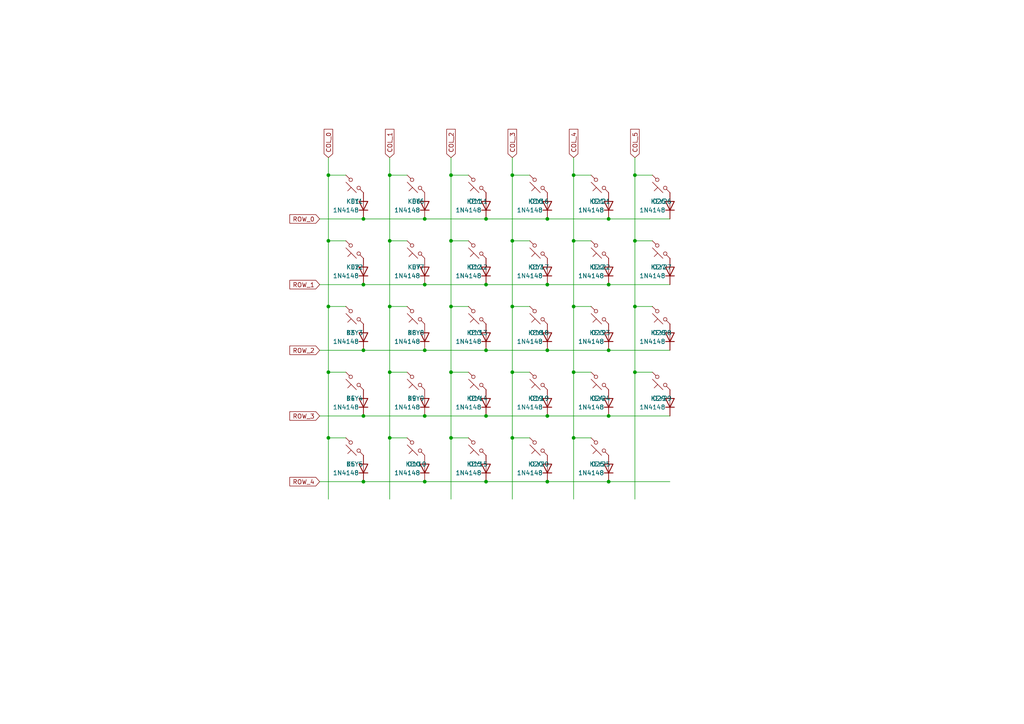
<source format=kicad_sch>
(kicad_sch (version 20230121) (generator eeschema)
  (paper "A4")
  (lib_symbols
    (symbol "Diode:1N4148" (pin_numbers hide) (pin_names (offset 1.016) hide)
      (property "Reference" "D" (at 0 2.54 0))
      (property "Value" "1N4148" (at 0 -2.54 0))
      (symbol "1N4148_0_1"
        (polyline (pts (xy -1.27 1.27) (xy -1.27 -1.27)) (stroke (width 0.254)))
        (polyline (pts (xy 1.27 0) (xy -1.27 0)))
        (polyline (pts (xy 1.27 1.27) (xy 1.27 -1.27) (xy -1.27 0) (xy 1.27 1.27)) (stroke (width 0.254)))
      )
      (symbol "1N4148_1_1"
        (pin passive line (at -3.81 0 0) (length 2.54) (name "K") (number "1"))
        (pin passive line (at 3.81 0 180) (length 2.54) (name "A") (number "2"))
      )
    )
    (symbol "Switch:SW_Push_45deg" (pin_numbers hide) (pin_names (offset 1.016) hide)
      (property "Reference" "SW" (at 3.048 1.016 0))
      (property "Value" "SW_Push_45deg" (at 0 -3.81 0))
      (symbol "SW_Push_45deg_0_1"
        (circle (center -1.1684 1.1684) (radius 0.508))
        (polyline (pts (xy -0.508 2.54) (xy 2.54 -0.508)))
        (polyline (pts (xy 1.016 1.016) (xy 2.032 2.032)))
        (polyline (pts (xy -2.54 2.54) (xy -1.524 1.524) (xy -1.524 1.524)))
        (polyline (pts (xy 1.524 -1.524) (xy 2.54 -2.54) (xy 2.54 -2.54) (xy 2.54 -2.54)))
        (circle (center 1.143 -1.1938) (radius 0.508))
        (pin passive line (at -2.54 2.54 0) (length 0) (name "1") (number "1"))
        (pin passive line (at 2.54 -2.54 180) (length 0) (name "2") (number "2"))
      )
    )
  )
  (junction (at 105.41 82.55))
  (junction (at 148.59 107.95))
  (junction (at 130.81 107.95))
  (junction (at 123.19 63.5))
  (junction (at 123.19 139.7))
  (junction (at 95.25 107.95))
  (junction (at 140.97 101.6))
  (junction (at 130.81 127))
  (junction (at 113.03 88.9))
  (junction (at 123.19 101.6))
  (junction (at 158.75 63.5))
  (junction (at 105.41 139.7))
  (junction (at 113.03 127))
  (junction (at 158.75 82.55))
  (junction (at 140.97 139.7))
  (junction (at 148.59 50.8))
  (junction (at 166.37 127))
  (junction (at 105.41 63.5))
  (junction (at 184.15 107.95))
  (junction (at 176.53 120.65))
  (junction (at 123.19 120.65))
  (junction (at 166.37 88.9))
  (junction (at 184.15 50.8))
  (junction (at 105.41 120.65))
  (junction (at 105.41 101.6))
  (junction (at 184.15 88.9))
  (junction (at 113.03 107.95))
  (junction (at 95.25 88.9))
  (junction (at 140.97 120.65))
  (junction (at 176.53 139.7))
  (junction (at 113.03 69.85))
  (junction (at 158.75 120.65))
  (junction (at 158.75 139.7))
  (junction (at 113.03 50.8))
  (junction (at 158.75 101.6))
  (junction (at 130.81 69.85))
  (junction (at 148.59 69.85))
  (junction (at 95.25 50.8))
  (junction (at 176.53 101.6))
  (junction (at 176.53 63.5))
  (junction (at 140.97 63.5))
  (junction (at 148.59 127))
  (junction (at 166.37 50.8))
  (junction (at 95.25 69.85))
  (junction (at 140.97 82.55))
  (junction (at 148.59 88.9))
  (junction (at 130.81 88.9))
  (junction (at 176.53 82.55))
  (junction (at 184.15 69.85))
  (junction (at 123.19 82.55))
  (junction (at 166.37 107.95))
  (junction (at 166.37 69.85))
  (junction (at 130.81 50.8))
  (junction (at 95.25 127))
  (wire (pts (xy 166.37 50.8) (xy 166.37 69.85)))
  (wire (pts (xy 140.97 82.55) (xy 158.75 82.55)))
  (wire (pts (xy 113.03 69.85) (xy 118.11 69.85)))
  (wire (pts (xy 148.59 107.95) (xy 153.67 107.95)))
  (wire (pts (xy 130.81 69.85) (xy 130.81 88.9)))
  (wire (pts (xy 95.25 107.95) (xy 100.33 107.95)))
  (wire (pts (xy 166.37 50.8) (xy 171.45 50.8)))
  (wire (pts (xy 95.25 45.72) (xy 95.25 50.8)))
  (wire (pts (xy 176.53 82.55) (xy 194.31 82.55)))
  (wire (pts (xy 148.59 127) (xy 148.59 144.78)))
  (wire (pts (xy 130.81 127) (xy 135.89 127)))
  (wire (pts (xy 148.59 45.72) (xy 148.59 50.8)))
  (wire (pts (xy 95.25 69.85) (xy 100.33 69.85)))
  (wire (pts (xy 130.81 107.95) (xy 130.81 127)))
  (wire (pts (xy 184.15 69.85) (xy 189.23 69.85)))
  (wire (pts (xy 123.19 63.5) (xy 140.97 63.5)))
  (wire (pts (xy 184.15 107.95) (xy 184.15 144.78)))
  (wire (pts (xy 113.03 107.95) (xy 118.11 107.95)))
  (wire (pts (xy 176.53 63.5) (xy 194.31 63.5)))
  (wire (pts (xy 113.03 50.8) (xy 118.11 50.8)))
  (wire (pts (xy 105.41 120.65) (xy 123.19 120.65)))
  (wire (pts (xy 92.71 82.55) (xy 105.41 82.55)))
  (wire (pts (xy 130.81 107.95) (xy 135.89 107.95)))
  (wire (pts (xy 92.71 101.6) (xy 105.41 101.6)))
  (wire (pts (xy 130.81 69.85) (xy 135.89 69.85)))
  (wire (pts (xy 95.25 50.8) (xy 100.33 50.8)))
  (wire (pts (xy 92.71 139.7) (xy 105.41 139.7)))
  (wire (pts (xy 148.59 50.8) (xy 153.67 50.8)))
  (wire (pts (xy 95.25 88.9) (xy 95.25 107.95)))
  (wire (pts (xy 140.97 63.5) (xy 158.75 63.5)))
  (wire (pts (xy 166.37 88.9) (xy 166.37 107.95)))
  (wire (pts (xy 105.41 63.5) (xy 123.19 63.5)))
  (wire (pts (xy 123.19 120.65) (xy 140.97 120.65)))
  (wire (pts (xy 130.81 127) (xy 130.81 144.78)))
  (wire (pts (xy 148.59 69.85) (xy 148.59 88.9)))
  (wire (pts (xy 123.19 139.7) (xy 140.97 139.7)))
  (wire (pts (xy 130.81 88.9) (xy 130.81 107.95)))
  (wire (pts (xy 95.25 127) (xy 95.25 144.78)))
  (wire (pts (xy 92.71 120.65) (xy 105.41 120.65)))
  (wire (pts (xy 113.03 127) (xy 113.03 144.78)))
  (wire (pts (xy 140.97 101.6) (xy 158.75 101.6)))
  (wire (pts (xy 123.19 101.6) (xy 140.97 101.6)))
  (wire (pts (xy 148.59 127) (xy 153.67 127)))
  (wire (pts (xy 148.59 50.8) (xy 148.59 69.85)))
  (wire (pts (xy 184.15 88.9) (xy 189.23 88.9)))
  (wire (pts (xy 130.81 50.8) (xy 130.81 69.85)))
  (wire (pts (xy 95.25 127) (xy 100.33 127)))
  (wire (pts (xy 105.41 101.6) (xy 123.19 101.6)))
  (wire (pts (xy 176.53 101.6) (xy 194.31 101.6)))
  (wire (pts (xy 130.81 50.8) (xy 135.89 50.8)))
  (wire (pts (xy 176.53 139.7) (xy 194.31 139.7)))
  (wire (pts (xy 105.41 82.55) (xy 123.19 82.55)))
  (wire (pts (xy 140.97 139.7) (xy 158.75 139.7)))
  (wire (pts (xy 113.03 88.9) (xy 113.03 107.95)))
  (wire (pts (xy 158.75 63.5) (xy 176.53 63.5)))
  (wire (pts (xy 176.53 120.65) (xy 194.31 120.65)))
  (wire (pts (xy 95.25 50.8) (xy 95.25 69.85)))
  (wire (pts (xy 158.75 82.55) (xy 176.53 82.55)))
  (wire (pts (xy 158.75 120.65) (xy 176.53 120.65)))
  (wire (pts (xy 184.15 88.9) (xy 184.15 107.95)))
  (wire (pts (xy 166.37 107.95) (xy 166.37 127)))
  (wire (pts (xy 166.37 88.9) (xy 171.45 88.9)))
  (wire (pts (xy 148.59 88.9) (xy 148.59 107.95)))
  (wire (pts (xy 130.81 88.9) (xy 135.89 88.9)))
  (wire (pts (xy 184.15 50.8) (xy 184.15 69.85)))
  (wire (pts (xy 140.97 120.65) (xy 158.75 120.65)))
  (wire (pts (xy 158.75 101.6) (xy 176.53 101.6)))
  (wire (pts (xy 105.41 139.7) (xy 123.19 139.7)))
  (wire (pts (xy 184.15 107.95) (xy 189.23 107.95)))
  (wire (pts (xy 113.03 107.95) (xy 113.03 127)))
  (wire (pts (xy 148.59 107.95) (xy 148.59 127)))
  (wire (pts (xy 123.19 82.55) (xy 140.97 82.55)))
  (wire (pts (xy 148.59 69.85) (xy 153.67 69.85)))
  (wire (pts (xy 113.03 127) (xy 118.11 127)))
  (wire (pts (xy 95.25 88.9) (xy 100.33 88.9)))
  (wire (pts (xy 166.37 69.85) (xy 171.45 69.85)))
  (wire (pts (xy 184.15 50.8) (xy 189.23 50.8)))
  (wire (pts (xy 166.37 127) (xy 171.45 127)))
  (wire (pts (xy 92.71 63.5) (xy 105.41 63.5)))
  (wire (pts (xy 113.03 50.8) (xy 113.03 69.85)))
  (wire (pts (xy 113.03 69.85) (xy 113.03 88.9)))
  (wire (pts (xy 148.59 88.9) (xy 153.67 88.9)))
  (wire (pts (xy 184.15 45.72) (xy 184.15 50.8)))
  (wire (pts (xy 184.15 69.85) (xy 184.15 88.9)))
  (wire (pts (xy 166.37 45.72) (xy 166.37 50.8)))
  (wire (pts (xy 158.75 139.7) (xy 176.53 139.7)))
  (wire (pts (xy 95.25 69.85) (xy 95.25 88.9)))
  (wire (pts (xy 95.25 107.95) (xy 95.25 127)))
  (wire (pts (xy 166.37 69.85) (xy 166.37 88.9)))
  (wire (pts (xy 166.37 127) (xy 166.37 144.78)))
  (wire (pts (xy 113.03 45.72) (xy 113.03 50.8)))
  (wire (pts (xy 113.03 88.9) (xy 118.11 88.9)))
  (wire (pts (xy 166.37 107.95) (xy 171.45 107.95)))
  (wire (pts (xy 130.81 45.72) (xy 130.81 50.8)))
  (global_label "ROW_4" (shape input) (at 92.71 139.7 180) (property "Intersheetrefs" "${INTERSHEET_REFS}" (effects hide)))
  (global_label "ROW_3" (shape input) (at 92.71 120.65 180) (property "Intersheetrefs" "${INTERSHEET_REFS}" (effects hide)))
  (global_label "COL_1" (shape input) (at 113.03 45.72 90) (property "Intersheetrefs" "${INTERSHEET_REFS}" (effects hide)))
  (global_label "COL_3" (shape input) (at 148.59 45.72 90) (property "Intersheetrefs" "${INTERSHEET_REFS}" (effects hide)))
  (global_label "ROW_0" (shape input) (at 92.71 63.5 180) (property "Intersheetrefs" "${INTERSHEET_REFS}" (effects hide)))
  (global_label "COL_4" (shape input) (at 166.37 45.72 90) (property "Intersheetrefs" "${INTERSHEET_REFS}" (effects hide)))
  (global_label "ROW_1" (shape input) (at 92.71 82.55 180) (property "Intersheetrefs" "${INTERSHEET_REFS}" (effects hide)))
  (global_label "COL_0" (shape input) (at 95.25 45.72 90) (property "Intersheetrefs" "${INTERSHEET_REFS}" (effects hide)))
  (global_label "COL_2" (shape input) (at 130.81 45.72 90) (property "Intersheetrefs" "${INTERSHEET_REFS}" (effects hide)))
  (global_label "COL_5" (shape input) (at 184.15 45.72 90) (property "Intersheetrefs" "${INTERSHEET_REFS}" (effects hide)))
  (global_label "ROW_2" (shape input) (at 92.71 101.6 180) (property "Intersheetrefs" "${INTERSHEET_REFS}" (effects hide)))
  (symbol (lib_id "Diode:1N4148") (at 158.75 59.69 90) (unit 1)
    (property "Reference" "D16" (at 153.67 58.42 90) (effects (justify right)))
    (property "Value" "1N4148" (at 149.86 60.96 90) (effects (justify right)))
    (property "Footprint" "Diode_SMD:D_SOD-123" (effects hide))
    (property "Datasheet" "https://assets.nexperia.com/documents/data-sheet/1N4148_1N4448.pdf" (effects hide))
    (property "LCSC" "C81598" (effects hide))
    (property "MFR. Part #" "1N4148W" (effects hide))
  )
  (symbol (lib_id "Diode:1N4148") (at 158.75 116.84 90) (unit 1)
    (property "Reference" "D19" (at 153.67 115.57 90) (effects (justify right)))
    (property "Value" "1N4148" (at 149.86 118.11 90) (effects (justify right)))
    (property "Footprint" "Diode_SMD:D_SOD-123" (effects hide))
    (property "Datasheet" "https://assets.nexperia.com/documents/data-sheet/1N4148_1N4448.pdf" (effects hide))
    (property "LCSC" "C81598" (effects hide))
    (property "MFR. Part #" "1N4148W" (effects hide))
  )
  (symbol (lib_id "Switch:SW_Push_45deg") (at 191.77 91.44 180) (unit 1)
    (property "Reference" "KEY28" (at 191.77 96.52 0))
    (property "Value" "SW_Push_45deg" (effects hide))
    (property "Footprint" "key-switches:SW_MX_HotSwap_PTH" (effects hide))
  )
  (symbol (lib_id "Diode:1N4148") (at 194.31 116.84 90) (unit 1)
    (property "Reference" "D29" (at 189.23 115.57 90) (effects (justify right)))
    (property "Value" "1N4148" (at 185.42 118.11 90) (effects (justify right)))
    (property "Footprint" "Diode_SMD:D_SOD-123" (effects hide))
    (property "Datasheet" "https://assets.nexperia.com/documents/data-sheet/1N4148_1N4448.pdf" (effects hide))
    (property "LCSC" "C81598" (effects hide))
    (property "MFR. Part #" "1N4148W" (effects hide))
  )
  (symbol (lib_id "Switch:SW_Push_45deg") (at 102.87 129.54 180) (unit 1)
    (property "Reference" "KEY5" (at 102.87 134.62 0))
    (property "Value" "SW_Push_45deg" (effects hide))
    (property "Footprint" "key-switches:SW_MX_HotSwap_PTH" (effects hide))
  )
  (symbol (lib_id "Switch:SW_Push_45deg") (at 156.21 91.44 180) (unit 1)
    (property "Reference" "KEY18" (at 156.21 96.52 0))
    (property "Value" "SW_Push_45deg" (effects hide))
    (property "Footprint" "key-switches:SW_MX_HotSwap_PTH" (effects hide))
  )
  (symbol (lib_id "Diode:1N4148") (at 140.97 97.79 90) (unit 1)
    (property "Reference" "D13" (at 135.89 96.52 90) (effects (justify right)))
    (property "Value" "1N4148" (at 132.08 99.06 90) (effects (justify right)))
    (property "Footprint" "Diode_SMD:D_SOD-123" (effects hide))
    (property "Datasheet" "https://assets.nexperia.com/documents/data-sheet/1N4148_1N4448.pdf" (effects hide))
    (property "LCSC" "C81598" (effects hide))
    (property "MFR. Part #" "1N4148W" (effects hide))
  )
  (symbol (lib_id "Switch:SW_Push_45deg") (at 173.99 110.49 180) (unit 1)
    (property "Reference" "KEY24" (at 173.99 115.57 0))
    (property "Value" "SW_Push_45deg" (effects hide))
    (property "Footprint" "key-switches:SW_MX_HotSwap_PTH" (effects hide))
  )
  (symbol (lib_id "Diode:1N4148") (at 158.75 97.79 90) (unit 1)
    (property "Reference" "D18" (at 153.67 96.52 90) (effects (justify right)))
    (property "Value" "1N4148" (at 149.86 99.06 90) (effects (justify right)))
    (property "Footprint" "Diode_SMD:D_SOD-123" (effects hide))
    (property "Datasheet" "https://assets.nexperia.com/documents/data-sheet/1N4148_1N4448.pdf" (effects hide))
    (property "LCSC" "C81598" (effects hide))
    (property "MFR. Part #" "1N4148W" (effects hide))
  )
  (symbol (lib_id "Switch:SW_Push_45deg") (at 138.43 110.49 180) (unit 1)
    (property "Reference" "KEY14" (at 138.43 115.57 0))
    (property "Value" "SW_Push_45deg" (effects hide))
    (property "Footprint" "key-switches:SW_MX_HotSwap_PTH" (effects hide))
  )
  (symbol (lib_id "Switch:SW_Push_45deg") (at 102.87 91.44 180) (unit 1)
    (property "Reference" "KEY3" (at 102.87 96.52 0))
    (property "Value" "SW_Push_45deg" (effects hide))
    (property "Footprint" "key-switches:SW_MX_HotSwap_PTH" (effects hide))
  )
  (symbol (lib_id "Diode:1N4148") (at 176.53 116.84 90) (unit 1)
    (property "Reference" "D24" (at 171.45 115.57 90) (effects (justify right)))
    (property "Value" "1N4148" (at 167.64 118.11 90) (effects (justify right)))
    (property "Footprint" "Diode_SMD:D_SOD-123" (effects hide))
    (property "Datasheet" "https://assets.nexperia.com/documents/data-sheet/1N4148_1N4448.pdf" (effects hide))
    (property "LCSC" "C81598" (effects hide))
    (property "MFR. Part #" "1N4148W" (effects hide))
  )
  (symbol (lib_id "Diode:1N4148") (at 158.75 78.74 90) (unit 1)
    (property "Reference" "D17" (at 153.67 77.47 90) (effects (justify right)))
    (property "Value" "1N4148" (at 149.86 80.01 90) (effects (justify right)))
    (property "Footprint" "Diode_SMD:D_SOD-123" (effects hide))
    (property "Datasheet" "https://assets.nexperia.com/documents/data-sheet/1N4148_1N4448.pdf" (effects hide))
    (property "LCSC" "C81598" (effects hide))
    (property "MFR. Part #" "1N4148W" (effects hide))
  )
  (symbol (lib_id "Switch:SW_Push_45deg") (at 138.43 129.54 180) (unit 1)
    (property "Reference" "KEY15" (at 138.43 134.62 0))
    (property "Value" "SW_Push_45deg" (effects hide))
    (property "Footprint" "key-switches:SW_MX_HotSwap_PTH" (effects hide))
  )
  (symbol (lib_id "Switch:SW_Push_45deg") (at 138.43 72.39 180) (unit 1)
    (property "Reference" "KEY12" (at 138.43 77.47 0))
    (property "Value" "SW_Push_45deg" (effects hide))
    (property "Footprint" "key-switches:SW_MX_HotSwap_PTH" (effects hide))
  )
  (symbol (lib_id "Diode:1N4148") (at 140.97 59.69 90) (unit 1)
    (property "Reference" "D11" (at 135.89 58.42 90) (effects (justify right)))
    (property "Value" "1N4148" (at 132.08 60.96 90) (effects (justify right)))
    (property "Footprint" "Diode_SMD:D_SOD-123" (effects hide))
    (property "Datasheet" "https://assets.nexperia.com/documents/data-sheet/1N4148_1N4448.pdf" (effects hide))
    (property "LCSC" "C81598" (effects hide))
    (property "MFR. Part #" "1N4148W" (effects hide))
  )
  (symbol (lib_id "Diode:1N4148") (at 105.41 135.89 90) (unit 1)
    (property "Reference" "D5" (at 100.33 134.62 90) (effects (justify right)))
    (property "Value" "1N4148" (at 96.52 137.16 90) (effects (justify right)))
    (property "Footprint" "Diode_SMD:D_SOD-123" (effects hide))
    (property "Datasheet" "https://assets.nexperia.com/documents/data-sheet/1N4148_1N4448.pdf" (effects hide))
    (property "LCSC" "C81598" (effects hide))
    (property "MFR. Part #" "1N4148W" (effects hide))
  )
  (symbol (lib_id "Diode:1N4148") (at 194.31 59.69 90) (unit 1)
    (property "Reference" "D26" (at 189.23 58.42 90) (effects (justify right)))
    (property "Value" "1N4148" (at 185.42 60.96 90) (effects (justify right)))
    (property "Footprint" "Diode_SMD:D_SOD-123" (effects hide))
    (property "Datasheet" "https://assets.nexperia.com/documents/data-sheet/1N4148_1N4448.pdf" (effects hide))
    (property "LCSC" "C81598" (effects hide))
    (property "MFR. Part #" "1N4148W" (effects hide))
  )
  (symbol (lib_id "Switch:SW_Push_45deg") (at 102.87 110.49 180) (unit 1)
    (property "Reference" "KEY4" (at 102.87 115.57 0))
    (property "Value" "SW_Push_45deg" (effects hide))
    (property "Footprint" "key-switches:SW_MX_HotSwap_PTH" (effects hide))
  )
  (symbol (lib_id "Diode:1N4148") (at 176.53 59.69 90) (unit 1)
    (property "Reference" "D21" (at 171.45 58.42 90) (effects (justify right)))
    (property "Value" "1N4148" (at 167.64 60.96 90) (effects (justify right)))
    (property "Footprint" "Diode_SMD:D_SOD-123" (effects hide))
    (property "Datasheet" "https://assets.nexperia.com/documents/data-sheet/1N4148_1N4448.pdf" (effects hide))
    (property "LCSC" "C81598" (effects hide))
    (property "MFR. Part #" "1N4148W" (effects hide))
  )
  (symbol (lib_id "Switch:SW_Push_45deg") (at 156.21 110.49 180) (unit 1)
    (property "Reference" "KEY19" (at 156.21 115.57 0))
    (property "Value" "SW_Push_45deg" (effects hide))
    (property "Footprint" "key-switches:SW_MX_HotSwap_PTH" (effects hide))
  )
  (symbol (lib_id "Diode:1N4148") (at 105.41 97.79 90) (unit 1)
    (property "Reference" "D3" (at 100.33 96.52 90) (effects (justify right)))
    (property "Value" "1N4148" (at 96.52 99.06 90) (effects (justify right)))
    (property "Footprint" "Diode_SMD:D_SOD-123" (effects hide))
    (property "Datasheet" "https://assets.nexperia.com/documents/data-sheet/1N4148_1N4448.pdf" (effects hide))
    (property "LCSC" "C81598" (effects hide))
    (property "MFR. Part #" "1N4148W" (effects hide))
  )
  (symbol (lib_id "Switch:SW_Push_45deg") (at 138.43 53.34 180) (unit 1)
    (property "Reference" "KEY11" (at 138.43 58.42 0))
    (property "Value" "SW_Push_45deg" (effects hide))
    (property "Footprint" "key-switches:SW_MX_HotSwap_PTH" (effects hide))
  )
  (symbol (lib_id "Diode:1N4148") (at 105.41 78.74 90) (unit 1)
    (property "Reference" "D2" (at 101.6 77.47 90) (effects (justify right)))
    (property "Value" "1N4148" (at 96.52 80.01 90) (effects (justify right)))
    (property "Footprint" "Diode_SMD:D_SOD-123" (effects hide))
    (property "Datasheet" "https://assets.nexperia.com/documents/data-sheet/1N4148_1N4448.pdf" (effects hide))
    (property "LCSC" "C81598" (effects hide))
    (property "MFR. Part #" "1N4148W" (effects hide))
  )
  (symbol (lib_id "Diode:1N4148") (at 140.97 135.89 90) (unit 1)
    (property "Reference" "D15" (at 135.89 134.62 90) (effects (justify right)))
    (property "Value" "1N4148" (at 132.08 137.16 90) (effects (justify right)))
    (property "Footprint" "Diode_SMD:D_SOD-123" (effects hide))
    (property "Datasheet" "https://assets.nexperia.com/documents/data-sheet/1N4148_1N4448.pdf" (effects hide))
    (property "LCSC" "C81598" (effects hide))
    (property "MFR. Part #" "1N4148W" (effects hide))
  )
  (symbol (lib_id "Switch:SW_Push_45deg") (at 173.99 129.54 180) (unit 1)
    (property "Reference" "KEY25" (at 173.99 134.62 0))
    (property "Value" "SW_Push_45deg" (effects hide))
    (property "Footprint" "key-switches:SW_MX_HotSwap_PTH" (effects hide))
  )
  (symbol (lib_id "Switch:SW_Push_45deg") (at 173.99 72.39 180) (unit 1)
    (property "Reference" "KEY22" (at 173.99 77.47 0))
    (property "Value" "SW_Push_45deg" (effects hide))
    (property "Footprint" "key-switches:SW_MX_HotSwap_PTH" (effects hide))
  )
  (symbol (lib_id "Diode:1N4148") (at 123.19 59.69 90) (unit 1)
    (property "Reference" "D6" (at 119.38 58.42 90) (effects (justify right)))
    (property "Value" "1N4148" (at 114.3 60.96 90) (effects (justify right)))
    (property "Footprint" "Diode_SMD:D_SOD-123" (effects hide))
    (property "Datasheet" "https://assets.nexperia.com/documents/data-sheet/1N4148_1N4448.pdf" (effects hide))
    (property "LCSC" "C81598" (effects hide))
    (property "MFR. Part #" "1N4148W" (effects hide))
  )
  (symbol (lib_id "Switch:SW_Push_45deg") (at 138.43 91.44 180) (unit 1)
    (property "Reference" "KEY13" (at 138.43 96.52 0))
    (property "Value" "SW_Push_45deg" (effects hide))
    (property "Footprint" "key-switches:SW_MX_HotSwap_PTH" (effects hide))
  )
  (symbol (lib_id "Diode:1N4148") (at 194.31 97.79 90) (unit 1)
    (property "Reference" "D28" (at 189.23 96.52 90) (effects (justify right)))
    (property "Value" "1N4148" (at 185.42 99.06 90) (effects (justify right)))
    (property "Footprint" "Diode_SMD:D_SOD-123" (effects hide))
    (property "Datasheet" "https://assets.nexperia.com/documents/data-sheet/1N4148_1N4448.pdf" (effects hide))
    (property "LCSC" "C81598" (effects hide))
    (property "MFR. Part #" "1N4148W" (effects hide))
  )
  (symbol (lib_id "Diode:1N4148") (at 123.19 97.79 90) (unit 1)
    (property "Reference" "D8" (at 118.11 96.52 90) (effects (justify right)))
    (property "Value" "1N4148" (at 114.3 99.06 90) (effects (justify right)))
    (property "Footprint" "Diode_SMD:D_SOD-123" (effects hide))
    (property "Datasheet" "https://assets.nexperia.com/documents/data-sheet/1N4148_1N4448.pdf" (effects hide))
    (property "LCSC" "C81598" (effects hide))
    (property "MFR. Part #" "1N4148W" (effects hide))
  )
  (symbol (lib_id "Switch:SW_Push_45deg") (at 102.87 72.39 180) (unit 1)
    (property "Reference" "KEY2" (at 102.87 77.47 0))
    (property "Value" "SW_Push_45deg" (effects hide))
    (property "Footprint" "key-switches:SW_MX_HotSwap_PTH" (effects hide))
  )
  (symbol (lib_id "Switch:SW_Push_45deg") (at 156.21 53.34 180) (unit 1)
    (property "Reference" "KEY16" (at 156.21 58.42 0))
    (property "Value" "SW_Push_45deg" (effects hide))
    (property "Footprint" "key-switches:SW_MX_HotSwap_PTH" (effects hide))
  )
  (symbol (lib_id "Diode:1N4148") (at 158.75 135.89 90) (unit 1)
    (property "Reference" "D20" (at 153.67 134.62 90) (effects (justify right)))
    (property "Value" "1N4148" (at 149.86 137.16 90) (effects (justify right)))
    (property "Footprint" "Diode_SMD:D_SOD-123" (effects hide))
    (property "Datasheet" "https://assets.nexperia.com/documents/data-sheet/1N4148_1N4448.pdf" (effects hide))
    (property "LCSC" "C81598" (effects hide))
    (property "MFR. Part #" "1N4148W" (effects hide))
  )
  (symbol (lib_id "Diode:1N4148") (at 123.19 78.74 90) (unit 1)
    (property "Reference" "D7" (at 119.38 77.47 90) (effects (justify right)))
    (property "Value" "1N4148" (at 114.3 80.01 90) (effects (justify right)))
    (property "Footprint" "Diode_SMD:D_SOD-123" (effects hide))
    (property "Datasheet" "https://assets.nexperia.com/documents/data-sheet/1N4148_1N4448.pdf" (effects hide))
    (property "LCSC" "C81598" (effects hide))
    (property "MFR. Part #" "1N4148W" (effects hide))
  )
  (symbol (lib_id "Switch:SW_Push_45deg") (at 120.65 91.44 180) (unit 1)
    (property "Reference" "KEY8" (at 120.65 96.52 0))
    (property "Value" "SW_Push_45deg" (effects hide))
    (property "Footprint" "key-switches:SW_MX_HotSwap_PTH" (effects hide))
  )
  (symbol (lib_id "Switch:SW_Push_45deg") (at 191.77 110.49 180) (unit 1)
    (property "Reference" "KEY29" (at 191.77 115.57 0))
    (property "Value" "SW_Push_45deg" (effects hide))
    (property "Footprint" "key-switches:SW_MX_HotSwap_PTH" (effects hide))
  )
  (symbol (lib_id "Switch:SW_Push_45deg") (at 191.77 72.39 180) (unit 1)
    (property "Reference" "KEY27" (at 191.77 77.47 0))
    (property "Value" "SW_Push_45deg" (effects hide))
    (property "Footprint" "key-switches:SW_MX_HotSwap_PTH" (effects hide))
  )
  (symbol (lib_id "Switch:SW_Push_45deg") (at 102.87 53.34 180) (unit 1)
    (property "Reference" "KEY1" (at 102.87 58.42 0))
    (property "Value" "SW_Push_45deg" (effects hide))
    (property "Footprint" "key-switches:SW_MX_HotSwap_PTH" (effects hide))
  )
  (symbol (lib_id "Diode:1N4148") (at 140.97 78.74 90) (unit 1)
    (property "Reference" "D12" (at 135.89 77.47 90) (effects (justify right)))
    (property "Value" "1N4148" (at 132.08 80.01 90) (effects (justify right)))
    (property "Footprint" "Diode_SMD:D_SOD-123" (effects hide))
    (property "Datasheet" "https://assets.nexperia.com/documents/data-sheet/1N4148_1N4448.pdf" (effects hide))
    (property "LCSC" "C81598" (effects hide))
    (property "MFR. Part #" "1N4148W" (effects hide))
  )
  (symbol (lib_id "Diode:1N4148") (at 194.31 78.74 90) (unit 1)
    (property "Reference" "D27" (at 189.23 77.47 90) (effects (justify right)))
    (property "Value" "1N4148" (at 185.42 80.01 90) (effects (justify right)))
    (property "Footprint" "Diode_SMD:D_SOD-123" (effects hide))
    (property "Datasheet" "https://assets.nexperia.com/documents/data-sheet/1N4148_1N4448.pdf" (effects hide))
    (property "LCSC" "C81598" (effects hide))
    (property "MFR. Part #" "1N4148W" (effects hide))
  )
  (symbol (lib_id "Diode:1N4148") (at 176.53 135.89 90) (unit 1)
    (property "Reference" "D25" (at 171.45 134.62 90) (effects (justify right)))
    (property "Value" "1N4148" (at 167.64 137.16 90) (effects (justify right)))
    (property "Footprint" "Diode_SMD:D_SOD-123" (effects hide))
    (property "Datasheet" "https://assets.nexperia.com/documents/data-sheet/1N4148_1N4448.pdf" (effects hide))
    (property "LCSC" "C81598" (effects hide))
    (property "MFR. Part #" "1N4148W" (effects hide))
  )
  (symbol (lib_id "Diode:1N4148") (at 176.53 97.79 90) (unit 1)
    (property "Reference" "D23" (at 171.45 96.52 90) (effects (justify right)))
    (property "Value" "1N4148" (at 167.64 99.06 90) (effects (justify right)))
    (property "Footprint" "Diode_SMD:D_SOD-123" (effects hide))
    (property "Datasheet" "https://assets.nexperia.com/documents/data-sheet/1N4148_1N4448.pdf" (effects hide))
    (property "LCSC" "C81598" (effects hide))
    (property "MFR. Part #" "1N4148W" (effects hide))
  )
  (symbol (lib_id "Switch:SW_Push_45deg") (at 156.21 72.39 180) (unit 1)
    (property "Reference" "KEY17" (at 156.21 77.47 0))
    (property "Value" "SW_Push_45deg" (effects hide))
    (property "Footprint" "key-switches:SW_MX_HotSwap_PTH" (effects hide))
  )
  (symbol (lib_id "Switch:SW_Push_45deg") (at 120.65 72.39 180) (unit 1)
    (property "Reference" "KEY7" (at 120.65 77.47 0))
    (property "Value" "SW_Push_45deg" (effects hide))
    (property "Footprint" "key-switches:SW_MX_HotSwap_PTH" (effects hide))
  )
  (symbol (lib_id "Switch:SW_Push_45deg") (at 173.99 91.44 180) (unit 1)
    (property "Reference" "KEY23" (at 173.99 96.52 0))
    (property "Value" "SW_Push_45deg" (effects hide))
    (property "Footprint" "key-switches:SW_MX_HotSwap_PTH" (effects hide))
  )
  (symbol (lib_id "Diode:1N4148") (at 105.41 116.84 90) (unit 1)
    (property "Reference" "D4" (at 100.33 115.57 90) (effects (justify right)))
    (property "Value" "1N4148" (at 96.52 118.11 90) (effects (justify right)))
    (property "Footprint" "Diode_SMD:D_SOD-123" (effects hide))
    (property "Datasheet" "https://assets.nexperia.com/documents/data-sheet/1N4148_1N4448.pdf" (effects hide))
    (property "LCSC" "C81598" (effects hide))
    (property "MFR. Part #" "1N4148W" (effects hide))
  )
  (symbol (lib_id "Switch:SW_Push_45deg") (at 120.65 110.49 180) (unit 1)
    (property "Reference" "KEY9" (at 120.65 115.57 0))
    (property "Value" "SW_Push_45deg" (effects hide))
    (property "Footprint" "key-switches:SW_MX_HotSwap_PTH" (effects hide))
  )
  (symbol (lib_id "Diode:1N4148") (at 123.19 135.89 90) (unit 1)
    (property "Reference" "D10" (at 118.11 134.62 90) (effects (justify right)))
    (property "Value" "1N4148" (at 114.3 137.16 90) (effects (justify right)))
    (property "Footprint" "Diode_SMD:D_SOD-123" (effects hide))
    (property "Datasheet" "https://assets.nexperia.com/documents/data-sheet/1N4148_1N4448.pdf" (effects hide))
    (property "LCSC" "C81598" (effects hide))
    (property "MFR. Part #" "1N4148W" (effects hide))
  )
  (symbol (lib_id "Diode:1N4148") (at 176.53 78.74 90) (unit 1)
    (property "Reference" "D22" (at 171.45 77.47 90) (effects (justify right)))
    (property "Value" "1N4148" (at 167.64 80.01 90) (effects (justify right)))
    (property "Footprint" "Diode_SMD:D_SOD-123" (effects hide))
    (property "Datasheet" "https://assets.nexperia.com/documents/data-sheet/1N4148_1N4448.pdf" (effects hide))
    (property "LCSC" "C81598" (effects hide))
    (property "MFR. Part #" "1N4148W" (effects hide))
  )
  (symbol (lib_id "Diode:1N4148") (at 123.19 116.84 90) (unit 1)
    (property "Reference" "D9" (at 118.11 115.57 90) (effects (justify right)))
    (property "Value" "1N4148" (at 114.3 118.11 90) (effects (justify right)))
    (property "Footprint" "Diode_SMD:D_SOD-123" (effects hide))
    (property "Datasheet" "https://assets.nexperia.com/documents/data-sheet/1N4148_1N4448.pdf" (effects hide))
    (property "LCSC" "C81598" (effects hide))
    (property "MFR. Part #" "1N4148W" (effects hide))
  )
  (symbol (lib_id "Switch:SW_Push_45deg") (at 156.21 129.54 180) (unit 1)
    (property "Reference" "KEY20" (at 156.21 134.62 0))
    (property "Value" "SW_Push_45deg" (effects hide))
    (property "Footprint" "key-switches:SW_MX_HotSwap_PTH" (effects hide))
  )
  (symbol (lib_id "Diode:1N4148") (at 105.41 59.69 90) (unit 1)
    (property "Reference" "D1" (at 101.6 58.42 90) (effects (justify right)))
    (property "Value" "1N4148" (at 96.52 60.96 90) (effects (justify right)))
    (property "Footprint" "Diode_SMD:D_SOD-123" (effects hide))
    (property "Datasheet" "https://assets.nexperia.com/documents/data-sheet/1N4148_1N4448.pdf" (effects hide))
    (property "LCSC" "C81598" (effects hide))
    (property "MFR. Part #" "1N4148W" (effects hide))
  )
  (symbol (lib_id "Switch:SW_Push_45deg") (at 120.65 53.34 180) (unit 1)
    (property "Reference" "KEY6" (at 120.65 58.42 0))
    (property "Value" "SW_Push_45deg" (effects hide))
    (property "Footprint" "key-switches:SW_MX_HotSwap_PTH" (effects hide))
  )
  (symbol (lib_id "Switch:SW_Push_45deg") (at 120.65 129.54 180) (unit 1)
    (property "Reference" "KEY10" (at 120.65 134.62 0))
    (property "Value" "SW_Push_45deg" (effects hide))
    (property "Footprint" "key-switches:SW_MX_HotSwap_PTH" (effects hide))
  )
  (symbol (lib_id "Switch:SW_Push_45deg") (at 173.99 53.34 180) (unit 1)
    (property "Reference" "KEY21" (at 173.99 58.42 0))
    (property "Value" "SW_Push_45deg" (effects hide))
    (property "Footprint" "key-switches:SW_MX_HotSwap_PTH" (effects hide))
  )
  (symbol (lib_id "Switch:SW_Push_45deg") (at 191.77 53.34 180) (unit 1)
    (property "Reference" "KEY26" (at 191.77 58.42 0))
    (property "Value" "SW_Push_45deg" (effects hide))
    (property "Footprint" "key-switches:SW_MX_HotSwap_PTH" (effects hide))
  )
  (symbol (lib_id "Diode:1N4148") (at 140.97 116.84 90) (unit 1)
    (property "Reference" "D14" (at 135.89 115.57 90) (effects (justify right)))
    (property "Value" "1N4148" (at 132.08 118.11 90) (effects (justify right)))
    (property "Footprint" "Diode_SMD:D_SOD-123" (effects hide))
    (property "Datasheet" "https://assets.nexperia.com/documents/data-sheet/1N4148_1N4448.pdf" (effects hide))
    (property "LCSC" "C81598" (effects hide))
    (property "MFR. Part #" "1N4148W" (effects hide))
  )
)
</source>
